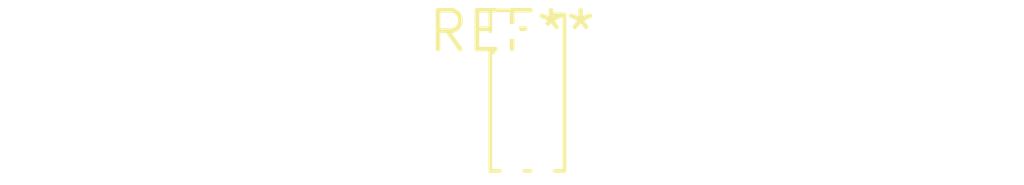
<source format=kicad_pcb>
(kicad_pcb (version 20240108) (generator pcbnew)
  (layers (0 "F.Cu" signal) (31 "B.Cu" signal) (34 "B.Paste" user) (35 "F.Paste" user) (36 "B.SilkS" user "B.Silkscreen") (37 "F.SilkS" user "F.Silkscreen") (38 "B.Mask" user) (39 "F.Mask" user) (44 "Edge.Cuts" user))
  (net 0 "")
  (footprint "PinHeader_2x05_P1.00mm_Vertical" (layer "F.Cu") (at 0 0)
    (property "Reference" "REF**")
    (property "Value" "PinHeader_2x05_P1.00mm_Vertical")
    (fp_line (start -0.71 -0.685) (end 0 -0.685) (layer "F.SilkS") (stroke (width 0.12)))
    (fp_line (start -0.71 0) (end -0.71 -0.685) (layer "F.SilkS") (stroke (width 0.12)))
    (fp_line (start -0.71 0.685) (end -0.71 4.56) (layer "F.SilkS") (stroke (width 0.12)))
    (fp_line (start -0.71 0.685) (end -0.608276 0.685) (layer "F.SilkS") (stroke (width 0.12)))
    (fp_line (start -0.71 4.56) (end -0.394493 4.56) (layer "F.SilkS") (stroke (width 0.12)))
    (fp_line (start 0.394493 4.56) (end 0.605507 4.56) (layer "F.SilkS") (stroke (width 0.12)))
    (fp_line (start 1.394493 -0.56) (end 1.71 -0.56) (layer "F.SilkS") (stroke (width 0.12)))
    (fp_line (start 1.394493 4.56) (end 1.71 4.56) (layer "F.SilkS") (stroke (width 0.12)))
    (fp_line (start 1.71 -0.56) (end 1.71 4.56) (layer "F.SilkS") (stroke (width 0.12)))
    (pad "1" thru_hole rect (at 0 0) (size 0.85 0.85) (drill 0.5) (layers *.Cu *.Mask) (remove_unused_layers))
    (pad "2" thru_hole oval (at 1 0) (size 0.85 0.85) (drill 0.5) (layers *.Cu *.Mask) (remove_unused_layers))
    (pad "3" thru_hole oval (at 0 1) (size 0.85 0.85) (drill 0.5) (layers *.Cu *.Mask) (remove_unused_layers))
    (pad "4" thru_hole oval (at 1 1) (size 0.85 0.85) (drill 0.5) (layers *.Cu *.Mask) (remove_unused_layers))
    (pad "5" thru_hole oval (at 0 2) (size 0.85 0.85) (drill 0.5) (layers *.Cu *.Mask) (remove_unused_layers))
    (pad "6" thru_hole oval (at 1 2) (size 0.85 0.85) (drill 0.5) (layers *.Cu *.Mask) (remove_unused_layers))
    (pad "7" thru_hole oval (at 0 3) (size 0.85 0.85) (drill 0.5) (layers *.Cu *.Mask) (remove_unused_layers))
    (pad "8" thru_hole oval (at 1 3) (size 0.85 0.85) (drill 0.5) (layers *.Cu *.Mask) (remove_unused_layers))
    (pad "9" thru_hole oval (at 0 4) (size 0.85 0.85) (drill 0.5) (layers *.Cu *.Mask) (remove_unused_layers))
    (pad "10" thru_hole oval (at 1 4) (size 0.85 0.85) (drill 0.5) (layers *.Cu *.Mask) (remove_unused_layers))
  )
)
</source>
